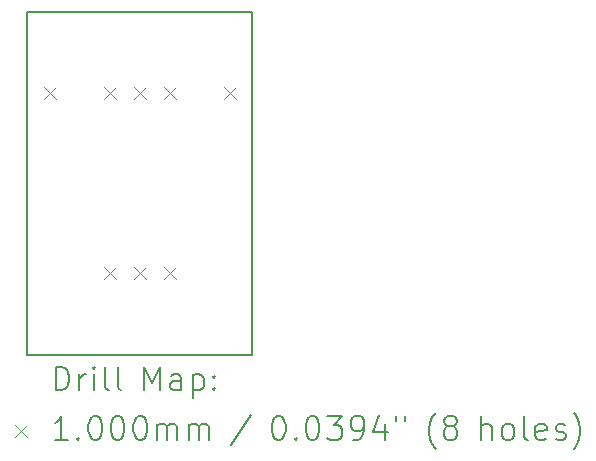
<source format=gbr>
%TF.GenerationSoftware,KiCad,Pcbnew,(7.0.0)*%
%TF.CreationDate,2023-03-27T06:13:09-05:00*%
%TF.ProjectId,he-sensor-breakout,68652d73-656e-4736-9f72-2d627265616b,rev?*%
%TF.SameCoordinates,Original*%
%TF.FileFunction,Drillmap*%
%TF.FilePolarity,Positive*%
%FSLAX45Y45*%
G04 Gerber Fmt 4.5, Leading zero omitted, Abs format (unit mm)*
G04 Created by KiCad (PCBNEW (7.0.0)) date 2023-03-27 06:13:09*
%MOMM*%
%LPD*%
G01*
G04 APERTURE LIST*
%ADD10C,0.150000*%
%ADD11C,0.200000*%
%ADD12C,0.100000*%
G04 APERTURE END LIST*
D10*
X9047500Y-8547500D02*
X10952500Y-8547500D01*
X10952500Y-8547500D02*
X10952500Y-11452500D01*
X10952500Y-11452500D02*
X9047500Y-11452500D01*
X9047500Y-11452500D02*
X9047500Y-8547500D01*
D11*
D12*
X9188000Y-9188000D02*
X9288000Y-9288000D01*
X9288000Y-9188000D02*
X9188000Y-9288000D01*
X9696000Y-9188000D02*
X9796000Y-9288000D01*
X9796000Y-9188000D02*
X9696000Y-9288000D01*
X9696000Y-10712000D02*
X9796000Y-10812000D01*
X9796000Y-10712000D02*
X9696000Y-10812000D01*
X9950000Y-9188000D02*
X10050000Y-9288000D01*
X10050000Y-9188000D02*
X9950000Y-9288000D01*
X9950000Y-10712000D02*
X10050000Y-10812000D01*
X10050000Y-10712000D02*
X9950000Y-10812000D01*
X10204000Y-9188000D02*
X10304000Y-9288000D01*
X10304000Y-9188000D02*
X10204000Y-9288000D01*
X10204000Y-10712000D02*
X10304000Y-10812000D01*
X10304000Y-10712000D02*
X10204000Y-10812000D01*
X10712000Y-9188000D02*
X10812000Y-9288000D01*
X10812000Y-9188000D02*
X10712000Y-9288000D01*
D11*
X9287619Y-11753476D02*
X9287619Y-11553476D01*
X9287619Y-11553476D02*
X9335238Y-11553476D01*
X9335238Y-11553476D02*
X9363810Y-11563000D01*
X9363810Y-11563000D02*
X9382857Y-11582048D01*
X9382857Y-11582048D02*
X9392381Y-11601095D01*
X9392381Y-11601095D02*
X9401905Y-11639190D01*
X9401905Y-11639190D02*
X9401905Y-11667762D01*
X9401905Y-11667762D02*
X9392381Y-11705857D01*
X9392381Y-11705857D02*
X9382857Y-11724905D01*
X9382857Y-11724905D02*
X9363810Y-11743952D01*
X9363810Y-11743952D02*
X9335238Y-11753476D01*
X9335238Y-11753476D02*
X9287619Y-11753476D01*
X9487619Y-11753476D02*
X9487619Y-11620143D01*
X9487619Y-11658238D02*
X9497143Y-11639190D01*
X9497143Y-11639190D02*
X9506667Y-11629667D01*
X9506667Y-11629667D02*
X9525714Y-11620143D01*
X9525714Y-11620143D02*
X9544762Y-11620143D01*
X9611429Y-11753476D02*
X9611429Y-11620143D01*
X9611429Y-11553476D02*
X9601905Y-11563000D01*
X9601905Y-11563000D02*
X9611429Y-11572524D01*
X9611429Y-11572524D02*
X9620952Y-11563000D01*
X9620952Y-11563000D02*
X9611429Y-11553476D01*
X9611429Y-11553476D02*
X9611429Y-11572524D01*
X9735238Y-11753476D02*
X9716190Y-11743952D01*
X9716190Y-11743952D02*
X9706667Y-11724905D01*
X9706667Y-11724905D02*
X9706667Y-11553476D01*
X9840000Y-11753476D02*
X9820952Y-11743952D01*
X9820952Y-11743952D02*
X9811429Y-11724905D01*
X9811429Y-11724905D02*
X9811429Y-11553476D01*
X10036190Y-11753476D02*
X10036190Y-11553476D01*
X10036190Y-11553476D02*
X10102857Y-11696333D01*
X10102857Y-11696333D02*
X10169524Y-11553476D01*
X10169524Y-11553476D02*
X10169524Y-11753476D01*
X10350476Y-11753476D02*
X10350476Y-11648714D01*
X10350476Y-11648714D02*
X10340952Y-11629667D01*
X10340952Y-11629667D02*
X10321905Y-11620143D01*
X10321905Y-11620143D02*
X10283809Y-11620143D01*
X10283809Y-11620143D02*
X10264762Y-11629667D01*
X10350476Y-11743952D02*
X10331429Y-11753476D01*
X10331429Y-11753476D02*
X10283809Y-11753476D01*
X10283809Y-11753476D02*
X10264762Y-11743952D01*
X10264762Y-11743952D02*
X10255238Y-11724905D01*
X10255238Y-11724905D02*
X10255238Y-11705857D01*
X10255238Y-11705857D02*
X10264762Y-11686809D01*
X10264762Y-11686809D02*
X10283809Y-11677286D01*
X10283809Y-11677286D02*
X10331429Y-11677286D01*
X10331429Y-11677286D02*
X10350476Y-11667762D01*
X10445714Y-11620143D02*
X10445714Y-11820143D01*
X10445714Y-11629667D02*
X10464762Y-11620143D01*
X10464762Y-11620143D02*
X10502857Y-11620143D01*
X10502857Y-11620143D02*
X10521905Y-11629667D01*
X10521905Y-11629667D02*
X10531429Y-11639190D01*
X10531429Y-11639190D02*
X10540952Y-11658238D01*
X10540952Y-11658238D02*
X10540952Y-11715381D01*
X10540952Y-11715381D02*
X10531429Y-11734428D01*
X10531429Y-11734428D02*
X10521905Y-11743952D01*
X10521905Y-11743952D02*
X10502857Y-11753476D01*
X10502857Y-11753476D02*
X10464762Y-11753476D01*
X10464762Y-11753476D02*
X10445714Y-11743952D01*
X10626667Y-11734428D02*
X10636190Y-11743952D01*
X10636190Y-11743952D02*
X10626667Y-11753476D01*
X10626667Y-11753476D02*
X10617143Y-11743952D01*
X10617143Y-11743952D02*
X10626667Y-11734428D01*
X10626667Y-11734428D02*
X10626667Y-11753476D01*
X10626667Y-11629667D02*
X10636190Y-11639190D01*
X10636190Y-11639190D02*
X10626667Y-11648714D01*
X10626667Y-11648714D02*
X10617143Y-11639190D01*
X10617143Y-11639190D02*
X10626667Y-11629667D01*
X10626667Y-11629667D02*
X10626667Y-11648714D01*
D12*
X8940000Y-12050000D02*
X9040000Y-12150000D01*
X9040000Y-12050000D02*
X8940000Y-12150000D01*
D11*
X9392381Y-12173476D02*
X9278095Y-12173476D01*
X9335238Y-12173476D02*
X9335238Y-11973476D01*
X9335238Y-11973476D02*
X9316190Y-12002048D01*
X9316190Y-12002048D02*
X9297143Y-12021095D01*
X9297143Y-12021095D02*
X9278095Y-12030619D01*
X9478095Y-12154428D02*
X9487619Y-12163952D01*
X9487619Y-12163952D02*
X9478095Y-12173476D01*
X9478095Y-12173476D02*
X9468571Y-12163952D01*
X9468571Y-12163952D02*
X9478095Y-12154428D01*
X9478095Y-12154428D02*
X9478095Y-12173476D01*
X9611429Y-11973476D02*
X9630476Y-11973476D01*
X9630476Y-11973476D02*
X9649524Y-11983000D01*
X9649524Y-11983000D02*
X9659048Y-11992524D01*
X9659048Y-11992524D02*
X9668571Y-12011571D01*
X9668571Y-12011571D02*
X9678095Y-12049667D01*
X9678095Y-12049667D02*
X9678095Y-12097286D01*
X9678095Y-12097286D02*
X9668571Y-12135381D01*
X9668571Y-12135381D02*
X9659048Y-12154428D01*
X9659048Y-12154428D02*
X9649524Y-12163952D01*
X9649524Y-12163952D02*
X9630476Y-12173476D01*
X9630476Y-12173476D02*
X9611429Y-12173476D01*
X9611429Y-12173476D02*
X9592381Y-12163952D01*
X9592381Y-12163952D02*
X9582857Y-12154428D01*
X9582857Y-12154428D02*
X9573333Y-12135381D01*
X9573333Y-12135381D02*
X9563810Y-12097286D01*
X9563810Y-12097286D02*
X9563810Y-12049667D01*
X9563810Y-12049667D02*
X9573333Y-12011571D01*
X9573333Y-12011571D02*
X9582857Y-11992524D01*
X9582857Y-11992524D02*
X9592381Y-11983000D01*
X9592381Y-11983000D02*
X9611429Y-11973476D01*
X9801905Y-11973476D02*
X9820952Y-11973476D01*
X9820952Y-11973476D02*
X9840000Y-11983000D01*
X9840000Y-11983000D02*
X9849524Y-11992524D01*
X9849524Y-11992524D02*
X9859048Y-12011571D01*
X9859048Y-12011571D02*
X9868571Y-12049667D01*
X9868571Y-12049667D02*
X9868571Y-12097286D01*
X9868571Y-12097286D02*
X9859048Y-12135381D01*
X9859048Y-12135381D02*
X9849524Y-12154428D01*
X9849524Y-12154428D02*
X9840000Y-12163952D01*
X9840000Y-12163952D02*
X9820952Y-12173476D01*
X9820952Y-12173476D02*
X9801905Y-12173476D01*
X9801905Y-12173476D02*
X9782857Y-12163952D01*
X9782857Y-12163952D02*
X9773333Y-12154428D01*
X9773333Y-12154428D02*
X9763810Y-12135381D01*
X9763810Y-12135381D02*
X9754286Y-12097286D01*
X9754286Y-12097286D02*
X9754286Y-12049667D01*
X9754286Y-12049667D02*
X9763810Y-12011571D01*
X9763810Y-12011571D02*
X9773333Y-11992524D01*
X9773333Y-11992524D02*
X9782857Y-11983000D01*
X9782857Y-11983000D02*
X9801905Y-11973476D01*
X9992381Y-11973476D02*
X10011429Y-11973476D01*
X10011429Y-11973476D02*
X10030476Y-11983000D01*
X10030476Y-11983000D02*
X10040000Y-11992524D01*
X10040000Y-11992524D02*
X10049524Y-12011571D01*
X10049524Y-12011571D02*
X10059048Y-12049667D01*
X10059048Y-12049667D02*
X10059048Y-12097286D01*
X10059048Y-12097286D02*
X10049524Y-12135381D01*
X10049524Y-12135381D02*
X10040000Y-12154428D01*
X10040000Y-12154428D02*
X10030476Y-12163952D01*
X10030476Y-12163952D02*
X10011429Y-12173476D01*
X10011429Y-12173476D02*
X9992381Y-12173476D01*
X9992381Y-12173476D02*
X9973333Y-12163952D01*
X9973333Y-12163952D02*
X9963810Y-12154428D01*
X9963810Y-12154428D02*
X9954286Y-12135381D01*
X9954286Y-12135381D02*
X9944762Y-12097286D01*
X9944762Y-12097286D02*
X9944762Y-12049667D01*
X9944762Y-12049667D02*
X9954286Y-12011571D01*
X9954286Y-12011571D02*
X9963810Y-11992524D01*
X9963810Y-11992524D02*
X9973333Y-11983000D01*
X9973333Y-11983000D02*
X9992381Y-11973476D01*
X10144762Y-12173476D02*
X10144762Y-12040143D01*
X10144762Y-12059190D02*
X10154286Y-12049667D01*
X10154286Y-12049667D02*
X10173333Y-12040143D01*
X10173333Y-12040143D02*
X10201905Y-12040143D01*
X10201905Y-12040143D02*
X10220952Y-12049667D01*
X10220952Y-12049667D02*
X10230476Y-12068714D01*
X10230476Y-12068714D02*
X10230476Y-12173476D01*
X10230476Y-12068714D02*
X10240000Y-12049667D01*
X10240000Y-12049667D02*
X10259048Y-12040143D01*
X10259048Y-12040143D02*
X10287619Y-12040143D01*
X10287619Y-12040143D02*
X10306667Y-12049667D01*
X10306667Y-12049667D02*
X10316191Y-12068714D01*
X10316191Y-12068714D02*
X10316191Y-12173476D01*
X10411429Y-12173476D02*
X10411429Y-12040143D01*
X10411429Y-12059190D02*
X10420952Y-12049667D01*
X10420952Y-12049667D02*
X10440000Y-12040143D01*
X10440000Y-12040143D02*
X10468572Y-12040143D01*
X10468572Y-12040143D02*
X10487619Y-12049667D01*
X10487619Y-12049667D02*
X10497143Y-12068714D01*
X10497143Y-12068714D02*
X10497143Y-12173476D01*
X10497143Y-12068714D02*
X10506667Y-12049667D01*
X10506667Y-12049667D02*
X10525714Y-12040143D01*
X10525714Y-12040143D02*
X10554286Y-12040143D01*
X10554286Y-12040143D02*
X10573333Y-12049667D01*
X10573333Y-12049667D02*
X10582857Y-12068714D01*
X10582857Y-12068714D02*
X10582857Y-12173476D01*
X10940952Y-11963952D02*
X10769524Y-12221095D01*
X11165714Y-11973476D02*
X11184762Y-11973476D01*
X11184762Y-11973476D02*
X11203810Y-11983000D01*
X11203810Y-11983000D02*
X11213333Y-11992524D01*
X11213333Y-11992524D02*
X11222857Y-12011571D01*
X11222857Y-12011571D02*
X11232381Y-12049667D01*
X11232381Y-12049667D02*
X11232381Y-12097286D01*
X11232381Y-12097286D02*
X11222857Y-12135381D01*
X11222857Y-12135381D02*
X11213333Y-12154428D01*
X11213333Y-12154428D02*
X11203810Y-12163952D01*
X11203810Y-12163952D02*
X11184762Y-12173476D01*
X11184762Y-12173476D02*
X11165714Y-12173476D01*
X11165714Y-12173476D02*
X11146667Y-12163952D01*
X11146667Y-12163952D02*
X11137143Y-12154428D01*
X11137143Y-12154428D02*
X11127619Y-12135381D01*
X11127619Y-12135381D02*
X11118095Y-12097286D01*
X11118095Y-12097286D02*
X11118095Y-12049667D01*
X11118095Y-12049667D02*
X11127619Y-12011571D01*
X11127619Y-12011571D02*
X11137143Y-11992524D01*
X11137143Y-11992524D02*
X11146667Y-11983000D01*
X11146667Y-11983000D02*
X11165714Y-11973476D01*
X11318095Y-12154428D02*
X11327619Y-12163952D01*
X11327619Y-12163952D02*
X11318095Y-12173476D01*
X11318095Y-12173476D02*
X11308571Y-12163952D01*
X11308571Y-12163952D02*
X11318095Y-12154428D01*
X11318095Y-12154428D02*
X11318095Y-12173476D01*
X11451429Y-11973476D02*
X11470476Y-11973476D01*
X11470476Y-11973476D02*
X11489524Y-11983000D01*
X11489524Y-11983000D02*
X11499048Y-11992524D01*
X11499048Y-11992524D02*
X11508571Y-12011571D01*
X11508571Y-12011571D02*
X11518095Y-12049667D01*
X11518095Y-12049667D02*
X11518095Y-12097286D01*
X11518095Y-12097286D02*
X11508571Y-12135381D01*
X11508571Y-12135381D02*
X11499048Y-12154428D01*
X11499048Y-12154428D02*
X11489524Y-12163952D01*
X11489524Y-12163952D02*
X11470476Y-12173476D01*
X11470476Y-12173476D02*
X11451429Y-12173476D01*
X11451429Y-12173476D02*
X11432381Y-12163952D01*
X11432381Y-12163952D02*
X11422857Y-12154428D01*
X11422857Y-12154428D02*
X11413333Y-12135381D01*
X11413333Y-12135381D02*
X11403810Y-12097286D01*
X11403810Y-12097286D02*
X11403810Y-12049667D01*
X11403810Y-12049667D02*
X11413333Y-12011571D01*
X11413333Y-12011571D02*
X11422857Y-11992524D01*
X11422857Y-11992524D02*
X11432381Y-11983000D01*
X11432381Y-11983000D02*
X11451429Y-11973476D01*
X11584762Y-11973476D02*
X11708571Y-11973476D01*
X11708571Y-11973476D02*
X11641905Y-12049667D01*
X11641905Y-12049667D02*
X11670476Y-12049667D01*
X11670476Y-12049667D02*
X11689524Y-12059190D01*
X11689524Y-12059190D02*
X11699048Y-12068714D01*
X11699048Y-12068714D02*
X11708571Y-12087762D01*
X11708571Y-12087762D02*
X11708571Y-12135381D01*
X11708571Y-12135381D02*
X11699048Y-12154428D01*
X11699048Y-12154428D02*
X11689524Y-12163952D01*
X11689524Y-12163952D02*
X11670476Y-12173476D01*
X11670476Y-12173476D02*
X11613333Y-12173476D01*
X11613333Y-12173476D02*
X11594286Y-12163952D01*
X11594286Y-12163952D02*
X11584762Y-12154428D01*
X11803810Y-12173476D02*
X11841905Y-12173476D01*
X11841905Y-12173476D02*
X11860952Y-12163952D01*
X11860952Y-12163952D02*
X11870476Y-12154428D01*
X11870476Y-12154428D02*
X11889524Y-12125857D01*
X11889524Y-12125857D02*
X11899048Y-12087762D01*
X11899048Y-12087762D02*
X11899048Y-12011571D01*
X11899048Y-12011571D02*
X11889524Y-11992524D01*
X11889524Y-11992524D02*
X11880000Y-11983000D01*
X11880000Y-11983000D02*
X11860952Y-11973476D01*
X11860952Y-11973476D02*
X11822857Y-11973476D01*
X11822857Y-11973476D02*
X11803810Y-11983000D01*
X11803810Y-11983000D02*
X11794286Y-11992524D01*
X11794286Y-11992524D02*
X11784762Y-12011571D01*
X11784762Y-12011571D02*
X11784762Y-12059190D01*
X11784762Y-12059190D02*
X11794286Y-12078238D01*
X11794286Y-12078238D02*
X11803810Y-12087762D01*
X11803810Y-12087762D02*
X11822857Y-12097286D01*
X11822857Y-12097286D02*
X11860952Y-12097286D01*
X11860952Y-12097286D02*
X11880000Y-12087762D01*
X11880000Y-12087762D02*
X11889524Y-12078238D01*
X11889524Y-12078238D02*
X11899048Y-12059190D01*
X12070476Y-12040143D02*
X12070476Y-12173476D01*
X12022857Y-11963952D02*
X11975238Y-12106809D01*
X11975238Y-12106809D02*
X12099048Y-12106809D01*
X12165714Y-11973476D02*
X12165714Y-12011571D01*
X12241905Y-11973476D02*
X12241905Y-12011571D01*
X12504762Y-12249667D02*
X12495238Y-12240143D01*
X12495238Y-12240143D02*
X12476191Y-12211571D01*
X12476191Y-12211571D02*
X12466667Y-12192524D01*
X12466667Y-12192524D02*
X12457143Y-12163952D01*
X12457143Y-12163952D02*
X12447619Y-12116333D01*
X12447619Y-12116333D02*
X12447619Y-12078238D01*
X12447619Y-12078238D02*
X12457143Y-12030619D01*
X12457143Y-12030619D02*
X12466667Y-12002048D01*
X12466667Y-12002048D02*
X12476191Y-11983000D01*
X12476191Y-11983000D02*
X12495238Y-11954428D01*
X12495238Y-11954428D02*
X12504762Y-11944905D01*
X12609524Y-12059190D02*
X12590476Y-12049667D01*
X12590476Y-12049667D02*
X12580952Y-12040143D01*
X12580952Y-12040143D02*
X12571429Y-12021095D01*
X12571429Y-12021095D02*
X12571429Y-12011571D01*
X12571429Y-12011571D02*
X12580952Y-11992524D01*
X12580952Y-11992524D02*
X12590476Y-11983000D01*
X12590476Y-11983000D02*
X12609524Y-11973476D01*
X12609524Y-11973476D02*
X12647619Y-11973476D01*
X12647619Y-11973476D02*
X12666667Y-11983000D01*
X12666667Y-11983000D02*
X12676191Y-11992524D01*
X12676191Y-11992524D02*
X12685714Y-12011571D01*
X12685714Y-12011571D02*
X12685714Y-12021095D01*
X12685714Y-12021095D02*
X12676191Y-12040143D01*
X12676191Y-12040143D02*
X12666667Y-12049667D01*
X12666667Y-12049667D02*
X12647619Y-12059190D01*
X12647619Y-12059190D02*
X12609524Y-12059190D01*
X12609524Y-12059190D02*
X12590476Y-12068714D01*
X12590476Y-12068714D02*
X12580952Y-12078238D01*
X12580952Y-12078238D02*
X12571429Y-12097286D01*
X12571429Y-12097286D02*
X12571429Y-12135381D01*
X12571429Y-12135381D02*
X12580952Y-12154428D01*
X12580952Y-12154428D02*
X12590476Y-12163952D01*
X12590476Y-12163952D02*
X12609524Y-12173476D01*
X12609524Y-12173476D02*
X12647619Y-12173476D01*
X12647619Y-12173476D02*
X12666667Y-12163952D01*
X12666667Y-12163952D02*
X12676191Y-12154428D01*
X12676191Y-12154428D02*
X12685714Y-12135381D01*
X12685714Y-12135381D02*
X12685714Y-12097286D01*
X12685714Y-12097286D02*
X12676191Y-12078238D01*
X12676191Y-12078238D02*
X12666667Y-12068714D01*
X12666667Y-12068714D02*
X12647619Y-12059190D01*
X12891429Y-12173476D02*
X12891429Y-11973476D01*
X12977143Y-12173476D02*
X12977143Y-12068714D01*
X12977143Y-12068714D02*
X12967619Y-12049667D01*
X12967619Y-12049667D02*
X12948572Y-12040143D01*
X12948572Y-12040143D02*
X12920000Y-12040143D01*
X12920000Y-12040143D02*
X12900952Y-12049667D01*
X12900952Y-12049667D02*
X12891429Y-12059190D01*
X13100952Y-12173476D02*
X13081905Y-12163952D01*
X13081905Y-12163952D02*
X13072381Y-12154428D01*
X13072381Y-12154428D02*
X13062857Y-12135381D01*
X13062857Y-12135381D02*
X13062857Y-12078238D01*
X13062857Y-12078238D02*
X13072381Y-12059190D01*
X13072381Y-12059190D02*
X13081905Y-12049667D01*
X13081905Y-12049667D02*
X13100952Y-12040143D01*
X13100952Y-12040143D02*
X13129524Y-12040143D01*
X13129524Y-12040143D02*
X13148572Y-12049667D01*
X13148572Y-12049667D02*
X13158095Y-12059190D01*
X13158095Y-12059190D02*
X13167619Y-12078238D01*
X13167619Y-12078238D02*
X13167619Y-12135381D01*
X13167619Y-12135381D02*
X13158095Y-12154428D01*
X13158095Y-12154428D02*
X13148572Y-12163952D01*
X13148572Y-12163952D02*
X13129524Y-12173476D01*
X13129524Y-12173476D02*
X13100952Y-12173476D01*
X13281905Y-12173476D02*
X13262857Y-12163952D01*
X13262857Y-12163952D02*
X13253333Y-12144905D01*
X13253333Y-12144905D02*
X13253333Y-11973476D01*
X13434286Y-12163952D02*
X13415238Y-12173476D01*
X13415238Y-12173476D02*
X13377143Y-12173476D01*
X13377143Y-12173476D02*
X13358095Y-12163952D01*
X13358095Y-12163952D02*
X13348572Y-12144905D01*
X13348572Y-12144905D02*
X13348572Y-12068714D01*
X13348572Y-12068714D02*
X13358095Y-12049667D01*
X13358095Y-12049667D02*
X13377143Y-12040143D01*
X13377143Y-12040143D02*
X13415238Y-12040143D01*
X13415238Y-12040143D02*
X13434286Y-12049667D01*
X13434286Y-12049667D02*
X13443810Y-12068714D01*
X13443810Y-12068714D02*
X13443810Y-12087762D01*
X13443810Y-12087762D02*
X13348572Y-12106809D01*
X13520000Y-12163952D02*
X13539048Y-12173476D01*
X13539048Y-12173476D02*
X13577143Y-12173476D01*
X13577143Y-12173476D02*
X13596191Y-12163952D01*
X13596191Y-12163952D02*
X13605714Y-12144905D01*
X13605714Y-12144905D02*
X13605714Y-12135381D01*
X13605714Y-12135381D02*
X13596191Y-12116333D01*
X13596191Y-12116333D02*
X13577143Y-12106809D01*
X13577143Y-12106809D02*
X13548572Y-12106809D01*
X13548572Y-12106809D02*
X13529524Y-12097286D01*
X13529524Y-12097286D02*
X13520000Y-12078238D01*
X13520000Y-12078238D02*
X13520000Y-12068714D01*
X13520000Y-12068714D02*
X13529524Y-12049667D01*
X13529524Y-12049667D02*
X13548572Y-12040143D01*
X13548572Y-12040143D02*
X13577143Y-12040143D01*
X13577143Y-12040143D02*
X13596191Y-12049667D01*
X13672381Y-12249667D02*
X13681905Y-12240143D01*
X13681905Y-12240143D02*
X13700953Y-12211571D01*
X13700953Y-12211571D02*
X13710476Y-12192524D01*
X13710476Y-12192524D02*
X13720000Y-12163952D01*
X13720000Y-12163952D02*
X13729524Y-12116333D01*
X13729524Y-12116333D02*
X13729524Y-12078238D01*
X13729524Y-12078238D02*
X13720000Y-12030619D01*
X13720000Y-12030619D02*
X13710476Y-12002048D01*
X13710476Y-12002048D02*
X13700953Y-11983000D01*
X13700953Y-11983000D02*
X13681905Y-11954428D01*
X13681905Y-11954428D02*
X13672381Y-11944905D01*
M02*

</source>
